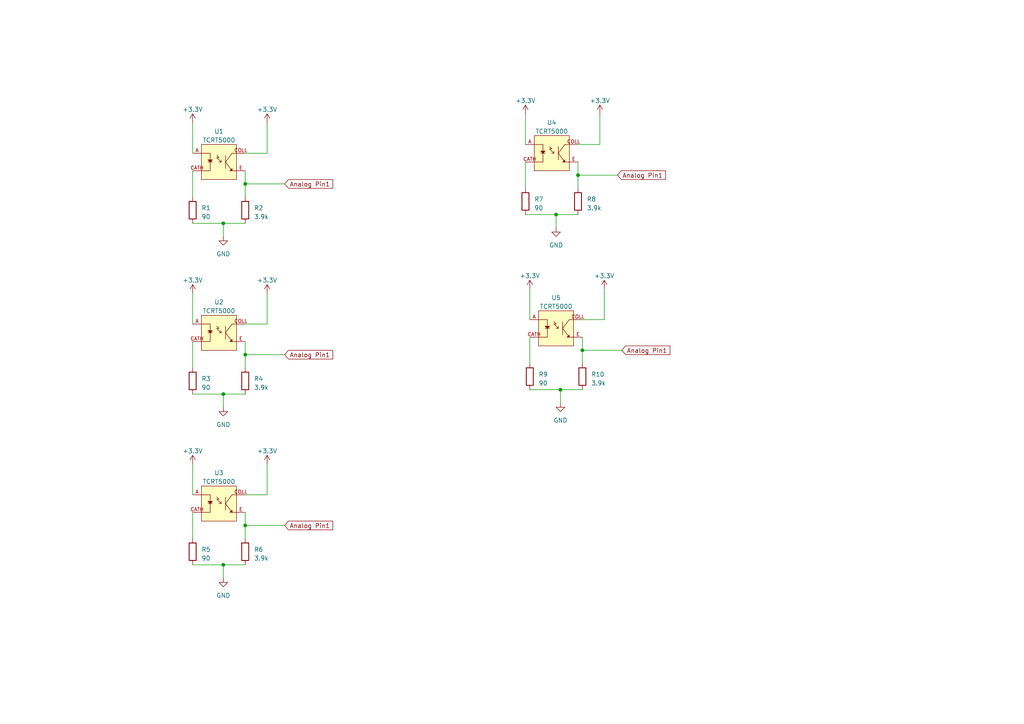
<source format=kicad_sch>
(kicad_sch (version 20230121) (generator eeschema)
  (paper "A4")
  (lib_symbols
    (symbol "Device:R" (pin_numbers hide) (pin_names (offset 0))
      (property "Reference" "R" (at 2.032 0 90))
      (property "Value" "R" (at 0 0 90))
      (symbol "R_0_1"
        (rectangle (start -1.016 -2.54) (end 1.016 2.54) (stroke (width 0.254)))
      )
      (symbol "R_1_1"
        (pin passive line (at 0 3.81 270) (length 1.27) (name "~") (number "1"))
        (pin passive line (at 0 -3.81 90) (length 1.27) (name "~") (number "2"))
      )
    )
    (symbol "TCRT5000:TCRT5000" (pin_names (offset 1.016))
      (property "Reference" "U" (at -5.0887 5.7248 0))
      (property "Value" "TCRT5000" (at -5.0838 -5.7193 0))
      (symbol "TCRT5000_0_0"
        (rectangle (start -5.08 -5.08) (end 5.08 5.08) (stroke (width 0.1524)) (fill (type background)))
        (polyline (pts (xy -5.08 2.54) (xy -2.54 2.54)) (stroke (width 0.1524)))
        (polyline (pts (xy -3.175 0) (xy -1.905 0)) (stroke (width 0.1524)))
        (polyline (pts (xy -2.54 -2.54) (xy -5.08 -2.54)) (stroke (width 0.1524)))
        (polyline (pts (xy -2.54 2.54) (xy -2.54 -2.54)) (stroke (width 0.1524)))
        (polyline (pts (xy -0.635 1.27) (xy 0.635 0)) (stroke (width 0.1524)))
        (polyline (pts (xy -0.635 1.905) (xy 0 1.27)) (stroke (width 0.1524)))
        (polyline (pts (xy 0 1.27) (xy -0.635 1.27)) (stroke (width 0.1524)))
        (polyline (pts (xy 0.635 0) (xy 0 0)) (stroke (width 0.1524)))
        (polyline (pts (xy 0.635 0.635) (xy 0.635 0)) (stroke (width 0.1524)))
        (polyline (pts (xy 1.905 0) (xy 1.905 -1.905)) (stroke (width 0.1524)))
        (polyline (pts (xy 1.905 0) (xy 3.81 -2.54)) (stroke (width 0.1524)))
        (polyline (pts (xy 1.905 0) (xy 3.81 2.54)) (stroke (width 0.1524)))
        (polyline (pts (xy 1.905 1.905) (xy 1.905 0)) (stroke (width 0.1524)))
        (polyline (pts (xy 3.81 -2.54) (xy 5.08 -2.54)) (stroke (width 0.1524)))
        (polyline (pts (xy 3.81 2.54) (xy 5.08 2.54)) (stroke (width 0.1524)))
        (polyline (pts (xy -3.175 0.635) (xy -1.905 0.635) (xy -2.54 0) (xy -3.175 0.635)) (stroke (width 0.1524)) (fill (type outline)))
        (polyline (pts (xy 3.175 -2.54) (xy 3.81 -2.54) (xy 3.81 -1.905) (xy 3.175 -2.54)) (stroke (width 0.1524)) (fill (type outline)))
        (pin passive line (at -7.62 2.54 0) (length 2.54) (name "~") (number "A"))
        (pin passive line (at -7.62 -2.54 0) (length 2.54) (name "~") (number "CATH"))
        (pin passive line (at 7.62 2.54 180) (length 2.54) (name "~") (number "COLL"))
        (pin passive line (at 7.62 -2.54 180) (length 2.54) (name "~") (number "E"))
      )
    )
    (symbol "power:+3.3V" (power) (pin_names (offset 0))
      (property "Value" "+3.3V" (at 0 3.556 0))
      (symbol "+3.3V_0_1"
        (polyline (pts (xy -0.762 1.27) (xy 0 2.54)))
        (polyline (pts (xy 0 0) (xy 0 2.54)))
        (polyline (pts (xy 0 2.54) (xy 0.762 1.27)))
      )
      (symbol "+3.3V_1_1"
        (pin power_in line (at 0 0 90) (length 0) hide (name "+3.3V") (number "1"))
      )
    )
    (symbol "power:GND" (power) (pin_names (offset 0))
      (property "Value" "GND" (at 0 -3.81 0))
      (symbol "GND_0_1"
        (polyline (pts (xy 0 0) (xy 0 -1.27) (xy 1.27 -1.27) (xy 0 -2.54) (xy -1.27 -1.27) (xy 0 -1.27)))
      )
      (symbol "GND_1_1"
        (pin power_in line (at 0 0 270) (length 0) hide (name "GND") (number "1"))
      )
    )
  )
  (junction (at 71.12 152.4))
  (junction (at 167.64 50.8))
  (junction (at 64.77 163.83))
  (junction (at 162.56 113.03))
  (junction (at 71.12 53.34))
  (junction (at 168.91 101.6))
  (junction (at 161.29 62.23))
  (junction (at 64.77 114.3))
  (junction (at 71.12 102.87))
  (junction (at 64.77 64.77))
  (wire (pts (xy 64.77 163.83) (xy 64.77 167.64)))
  (wire (pts (xy 71.12 148.59) (xy 71.12 152.4)))
  (wire (pts (xy 161.29 62.23) (xy 161.29 66.04)))
  (wire (pts (xy 71.12 53.34) (xy 71.12 57.15)))
  (wire (pts (xy 71.12 53.34) (xy 82.55 53.34)))
  (wire (pts (xy 64.77 114.3) (xy 71.12 114.3)))
  (wire (pts (xy 71.12 152.4) (xy 71.12 156.21)))
  (wire (pts (xy 153.67 97.79) (xy 153.67 105.41)))
  (wire (pts (xy 64.77 64.77) (xy 71.12 64.77)))
  (wire (pts (xy 77.47 93.98) (xy 77.47 85.09)))
  (wire (pts (xy 167.64 46.99) (xy 167.64 50.8)))
  (wire (pts (xy 55.88 134.62) (xy 55.88 143.51)))
  (wire (pts (xy 71.12 152.4) (xy 82.55 152.4)))
  (wire (pts (xy 64.77 114.3) (xy 64.77 118.11)))
  (wire (pts (xy 153.67 113.03) (xy 162.56 113.03)))
  (wire (pts (xy 161.29 62.23) (xy 167.64 62.23)))
  (wire (pts (xy 167.64 50.8) (xy 167.64 54.61)))
  (wire (pts (xy 71.12 49.53) (xy 71.12 53.34)))
  (wire (pts (xy 162.56 113.03) (xy 168.91 113.03)))
  (wire (pts (xy 168.91 101.6) (xy 168.91 105.41)))
  (wire (pts (xy 168.91 101.6) (xy 180.34 101.6)))
  (wire (pts (xy 55.88 114.3) (xy 64.77 114.3)))
  (wire (pts (xy 168.91 92.71) (xy 175.26 92.71)))
  (wire (pts (xy 55.88 49.53) (xy 55.88 57.15)))
  (wire (pts (xy 175.26 92.71) (xy 175.26 83.82)))
  (wire (pts (xy 168.91 97.79) (xy 168.91 101.6)))
  (wire (pts (xy 64.77 64.77) (xy 64.77 68.58)))
  (wire (pts (xy 71.12 102.87) (xy 82.55 102.87)))
  (wire (pts (xy 55.88 148.59) (xy 55.88 156.21)))
  (wire (pts (xy 167.64 50.8) (xy 179.07 50.8)))
  (wire (pts (xy 55.88 99.06) (xy 55.88 106.68)))
  (wire (pts (xy 55.88 35.56) (xy 55.88 44.45)))
  (wire (pts (xy 71.12 99.06) (xy 71.12 102.87)))
  (wire (pts (xy 77.47 143.51) (xy 77.47 134.62)))
  (wire (pts (xy 55.88 64.77) (xy 64.77 64.77)))
  (wire (pts (xy 152.4 62.23) (xy 161.29 62.23)))
  (wire (pts (xy 55.88 85.09) (xy 55.88 93.98)))
  (wire (pts (xy 55.88 163.83) (xy 64.77 163.83)))
  (wire (pts (xy 71.12 102.87) (xy 71.12 106.68)))
  (wire (pts (xy 167.64 41.91) (xy 173.99 41.91)))
  (wire (pts (xy 153.67 83.82) (xy 153.67 92.71)))
  (wire (pts (xy 162.56 113.03) (xy 162.56 116.84)))
  (wire (pts (xy 71.12 44.45) (xy 77.47 44.45)))
  (wire (pts (xy 152.4 46.99) (xy 152.4 54.61)))
  (wire (pts (xy 64.77 163.83) (xy 71.12 163.83)))
  (wire (pts (xy 173.99 41.91) (xy 173.99 33.02)))
  (wire (pts (xy 71.12 143.51) (xy 77.47 143.51)))
  (wire (pts (xy 152.4 33.02) (xy 152.4 41.91)))
  (wire (pts (xy 77.47 44.45) (xy 77.47 35.56)))
  (wire (pts (xy 71.12 93.98) (xy 77.47 93.98)))
  (global_label "Analog Pin1" (shape input) (at 180.34 101.6 0) (property "Intersheetrefs" "${INTERSHEET_REFS}" (effects hide)))
  (global_label "Analog Pin1" (shape input) (at 82.55 53.34 0) (property "Intersheetrefs" "${INTERSHEET_REFS}" (effects hide)))
  (global_label "Analog Pin1" (shape input) (at 82.55 152.4 0) (property "Intersheetrefs" "${INTERSHEET_REFS}" (effects hide)))
  (global_label "Analog Pin1" (shape input) (at 82.55 102.87 0) (property "Intersheetrefs" "${INTERSHEET_REFS}" (effects hide)))
  (global_label "Analog Pin1" (shape input) (at 179.07 50.8 0) (property "Intersheetrefs" "${INTERSHEET_REFS}" (effects hide)))
  (symbol (lib_id "Device:R") (at 71.12 110.49 0) (unit 1)
    (property "Reference" "R4" (at 73.66 109.855 0) (effects (justify left)))
    (property "Value" "3.9k" (at 73.66 112.395 0) (effects (justify left)))
    (property "Footprint" "Resistor_SMD:R_0805_2012Metric" (effects hide))
  )
  (symbol (lib_id "power:GND") (at 162.56 116.84 0) (unit 1)
    (property "Reference" "#PWR014" (effects hide))
    (property "Value" "GND" (at 162.56 121.92 0))
  )
  (symbol (lib_id "power:+3.3V") (at 77.47 35.56 0) (unit 1)
    (property "Reference" "#PWR03" (effects hide))
    (property "Value" "+3.3V" (at 77.47 31.75 0))
  )
  (symbol (lib_id "TCRT5000:TCRT5000") (at 63.5 146.05 0) (unit 1)
    (property "Reference" "U3" (at 63.5 137.16 0))
    (property "Value" "TCRT5000" (at 63.5 139.7 0))
    (property "Footprint" "kicad_mod:OPTO_TCRT5000" (effects hide))
    (property "MF" "Vishay" (effects hide))
    (property "MAXIMUM_PACKAGE_HEIGHT" "7.2mm" (effects hide))
    (property "Package" "TCRT5000 Vishay" (effects hide))
    (property "Price" "None" (effects hide))
    (property "Check_prices" "https://www.snapeda.com/parts/TCRT5000/Vishay+Semiconductor+Opto+Division/view-part/?ref=eda" (effects hide))
    (property "STANDARD" "Manufacturer recommendations" (effects hide))
    (property "PARTREV" "1.7" (effects hide))
    (property "SnapEDA_Link" "https://www.snapeda.com/parts/TCRT5000/Vishay+Semiconductor+Opto+Division/view-part/?ref=snap" (effects hide))
    (property "MP" "TCRT5000" (effects hide))
    (property "Purchase-URL" "https://www.snapeda.com/api/url_track_click_mouser/?unipart_id=885229&manufacturer=Vishay&part_name=TCRT5000&search_term=None" (effects hide))
    (property "Description" "\nReflective Optical Sensor 0.591 (15mm) PCB Mount\n" (effects hide))
    (property "Availability" "In Stock" (effects hide))
    (property "MANUFACTURER" "Vishay" (effects hide))
  )
  (symbol (lib_id "Device:R") (at 55.88 160.02 0) (unit 1)
    (property "Reference" "R5" (at 58.42 159.385 0) (effects (justify left)))
    (property "Value" "90" (at 58.42 161.925 0) (effects (justify left)))
    (property "Footprint" "Resistor_SMD:R_0805_2012Metric" (effects hide))
  )
  (symbol (lib_id "Device:R") (at 55.88 60.96 0) (unit 1)
    (property "Reference" "R1" (at 58.42 60.325 0) (effects (justify left)))
    (property "Value" "90" (at 58.42 62.865 0) (effects (justify left)))
    (property "Footprint" "Resistor_SMD:R_0805_2012Metric" (effects hide))
  )
  (symbol (lib_id "Device:R") (at 167.64 58.42 0) (unit 1)
    (property "Reference" "R8" (at 170.18 57.785 0) (effects (justify left)))
    (property "Value" "3.9k" (at 170.18 60.325 0) (effects (justify left)))
    (property "Footprint" "Resistor_SMD:R_0805_2012Metric" (effects hide))
  )
  (symbol (lib_id "power:+3.3V") (at 55.88 134.62 0) (unit 1)
    (property "Reference" "#PWR07" (effects hide))
    (property "Value" "+3.3V" (at 55.88 130.81 0))
  )
  (symbol (lib_id "power:+3.3V") (at 175.26 83.82 0) (unit 1)
    (property "Reference" "#PWR015" (effects hide))
    (property "Value" "+3.3V" (at 175.26 80.01 0))
  )
  (symbol (lib_id "TCRT5000:TCRT5000") (at 63.5 46.99 0) (unit 1)
    (property "Reference" "U1" (at 63.5 38.1 0))
    (property "Value" "TCRT5000" (at 63.5 40.64 0))
    (property "Footprint" "kicad_mod:OPTO_TCRT5000" (effects hide))
    (property "MF" "Vishay" (effects hide))
    (property "MAXIMUM_PACKAGE_HEIGHT" "7.2mm" (effects hide))
    (property "Package" "TCRT5000 Vishay" (effects hide))
    (property "Price" "None" (effects hide))
    (property "Check_prices" "https://www.snapeda.com/parts/TCRT5000/Vishay+Semiconductor+Opto+Division/view-part/?ref=eda" (effects hide))
    (property "STANDARD" "Manufacturer recommendations" (effects hide))
    (property "PARTREV" "1.7" (effects hide))
    (property "SnapEDA_Link" "https://www.snapeda.com/parts/TCRT5000/Vishay+Semiconductor+Opto+Division/view-part/?ref=snap" (effects hide))
    (property "MP" "TCRT5000" (effects hide))
    (property "Purchase-URL" "https://www.snapeda.com/api/url_track_click_mouser/?unipart_id=885229&manufacturer=Vishay&part_name=TCRT5000&search_term=None" (effects hide))
    (property "Description" "\nReflective Optical Sensor 0.591 (15mm) PCB Mount\n" (effects hide))
    (property "Availability" "In Stock" (effects hide))
    (property "MANUFACTURER" "Vishay" (effects hide))
  )
  (symbol (lib_id "power:+3.3V") (at 152.4 33.02 0) (unit 1)
    (property "Reference" "#PWR010" (effects hide))
    (property "Value" "+3.3V" (at 152.4 29.21 0))
  )
  (symbol (lib_id "power:GND") (at 64.77 68.58 0) (unit 1)
    (property "Reference" "#PWR02" (effects hide))
    (property "Value" "GND" (at 64.77 73.66 0))
  )
  (symbol (lib_id "Device:R") (at 168.91 109.22 0) (unit 1)
    (property "Reference" "R10" (at 171.45 108.585 0) (effects (justify left)))
    (property "Value" "3.9k" (at 171.45 111.125 0) (effects (justify left)))
    (property "Footprint" "Resistor_SMD:R_0805_2012Metric" (effects hide))
  )
  (symbol (lib_id "power:+3.3V") (at 77.47 134.62 0) (unit 1)
    (property "Reference" "#PWR09" (effects hide))
    (property "Value" "+3.3V" (at 77.47 130.81 0))
  )
  (symbol (lib_id "Device:R") (at 153.67 109.22 0) (unit 1)
    (property "Reference" "R9" (at 156.21 108.585 0) (effects (justify left)))
    (property "Value" "90" (at 156.21 111.125 0) (effects (justify left)))
    (property "Footprint" "Resistor_SMD:R_0805_2012Metric" (effects hide))
  )
  (symbol (lib_id "Device:R") (at 55.88 110.49 0) (unit 1)
    (property "Reference" "R3" (at 58.42 109.855 0) (effects (justify left)))
    (property "Value" "90" (at 58.42 112.395 0) (effects (justify left)))
    (property "Footprint" "Resistor_SMD:R_0805_2012Metric" (effects hide))
  )
  (symbol (lib_id "power:+3.3V") (at 173.99 33.02 0) (unit 1)
    (property "Reference" "#PWR012" (effects hide))
    (property "Value" "+3.3V" (at 173.99 29.21 0))
  )
  (symbol (lib_id "Device:R") (at 71.12 60.96 0) (unit 1)
    (property "Reference" "R2" (at 73.66 60.325 0) (effects (justify left)))
    (property "Value" "3.9k" (at 73.66 62.865 0) (effects (justify left)))
    (property "Footprint" "Resistor_SMD:R_0805_2012Metric" (effects hide))
  )
  (symbol (lib_id "power:+3.3V") (at 77.47 85.09 0) (unit 1)
    (property "Reference" "#PWR06" (effects hide))
    (property "Value" "+3.3V" (at 77.47 81.28 0))
  )
  (symbol (lib_id "power:GND") (at 161.29 66.04 0) (unit 1)
    (property "Reference" "#PWR011" (effects hide))
    (property "Value" "GND" (at 161.29 71.12 0))
  )
  (symbol (lib_id "power:+3.3V") (at 55.88 35.56 0) (unit 1)
    (property "Reference" "#PWR01" (effects hide))
    (property "Value" "+3.3V" (at 55.88 31.75 0))
  )
  (symbol (lib_id "power:+3.3V") (at 153.67 83.82 0) (unit 1)
    (property "Reference" "#PWR013" (effects hide))
    (property "Value" "+3.3V" (at 153.67 80.01 0))
  )
  (symbol (lib_id "Device:R") (at 71.12 160.02 0) (unit 1)
    (property "Reference" "R6" (at 73.66 159.385 0) (effects (justify left)))
    (property "Value" "3.9k" (at 73.66 161.925 0) (effects (justify left)))
    (property "Footprint" "Resistor_SMD:R_0805_2012Metric" (effects hide))
  )
  (symbol (lib_id "TCRT5000:TCRT5000") (at 161.29 95.25 0) (unit 1)
    (property "Reference" "U5" (at 161.29 86.36 0))
    (property "Value" "TCRT5000" (at 161.29 88.9 0))
    (property "Footprint" "kicad_mod:OPTO_TCRT5000" (effects hide))
    (property "MF" "Vishay" (effects hide))
    (property "MAXIMUM_PACKAGE_HEIGHT" "7.2mm" (effects hide))
    (property "Package" "TCRT5000 Vishay" (effects hide))
    (property "Price" "None" (effects hide))
    (property "Check_prices" "https://www.snapeda.com/parts/TCRT5000/Vishay+Semiconductor+Opto+Division/view-part/?ref=eda" (effects hide))
    (property "STANDARD" "Manufacturer recommendations" (effects hide))
    (property "PARTREV" "1.7" (effects hide))
    (property "SnapEDA_Link" "https://www.snapeda.com/parts/TCRT5000/Vishay+Semiconductor+Opto+Division/view-part/?ref=snap" (effects hide))
    (property "MP" "TCRT5000" (effects hide))
    (property "Purchase-URL" "https://www.snapeda.com/api/url_track_click_mouser/?unipart_id=885229&manufacturer=Vishay&part_name=TCRT5000&search_term=None" (effects hide))
    (property "Description" "\nReflective Optical Sensor 0.591 (15mm) PCB Mount\n" (effects hide))
    (property "Availability" "In Stock" (effects hide))
    (property "MANUFACTURER" "Vishay" (effects hide))
  )
  (symbol (lib_id "TCRT5000:TCRT5000") (at 63.5 96.52 0) (unit 1)
    (property "Reference" "U2" (at 63.5 87.63 0))
    (property "Value" "TCRT5000" (at 63.5 90.17 0))
    (property "Footprint" "kicad_mod:OPTO_TCRT5000" (effects hide))
    (property "MF" "Vishay" (effects hide))
    (property "MAXIMUM_PACKAGE_HEIGHT" "7.2mm" (effects hide))
    (property "Package" "TCRT5000 Vishay" (effects hide))
    (property "Price" "None" (effects hide))
    (property "Check_prices" "https://www.snapeda.com/parts/TCRT5000/Vishay+Semiconductor+Opto+Division/view-part/?ref=eda" (effects hide))
    (property "STANDARD" "Manufacturer recommendations" (effects hide))
    (property "PARTREV" "1.7" (effects hide))
    (property "SnapEDA_Link" "https://www.snapeda.com/parts/TCRT5000/Vishay+Semiconductor+Opto+Division/view-part/?ref=snap" (effects hide))
    (property "MP" "TCRT5000" (effects hide))
    (property "Purchase-URL" "https://www.snapeda.com/api/url_track_click_mouser/?unipart_id=885229&manufacturer=Vishay&part_name=TCRT5000&search_term=None" (effects hide))
    (property "Description" "\nReflective Optical Sensor 0.591 (15mm) PCB Mount\n" (effects hide))
    (property "Availability" "In Stock" (effects hide))
    (property "MANUFACTURER" "Vishay" (effects hide))
  )
  (symbol (lib_id "Device:R") (at 152.4 58.42 0) (unit 1)
    (property "Reference" "R7" (at 154.94 57.785 0) (effects (justify left)))
    (property "Value" "90" (at 154.94 60.325 0) (effects (justify left)))
    (property "Footprint" "Resistor_SMD:R_0805_2012Metric" (effects hide))
  )
  (symbol (lib_id "power:+3.3V") (at 55.88 85.09 0) (unit 1)
    (property "Reference" "#PWR04" (effects hide))
    (property "Value" "+3.3V" (at 55.88 81.28 0))
  )
  (symbol (lib_id "power:GND") (at 64.77 167.64 0) (unit 1)
    (property "Reference" "#PWR08" (effects hide))
    (property "Value" "GND" (at 64.77 172.72 0))
  )
  (symbol (lib_id "TCRT5000:TCRT5000") (at 160.02 44.45 0) (unit 1)
    (property "Reference" "U4" (at 160.02 35.56 0))
    (property "Value" "TCRT5000" (at 160.02 38.1 0))
    (property "Footprint" "kicad_mod:OPTO_TCRT5000" (effects hide))
    (property "MF" "Vishay" (effects hide))
    (property "MAXIMUM_PACKAGE_HEIGHT" "7.2mm" (effects hide))
    (property "Package" "TCRT5000 Vishay" (effects hide))
    (property "Price" "None" (effects hide))
    (property "Check_prices" "https://www.snapeda.com/parts/TCRT5000/Vishay+Semiconductor+Opto+Division/view-part/?ref=eda" (effects hide))
    (property "STANDARD" "Manufacturer recommendations" (effects hide))
    (property "PARTREV" "1.7" (effects hide))
    (property "SnapEDA_Link" "https://www.snapeda.com/parts/TCRT5000/Vishay+Semiconductor+Opto+Division/view-part/?ref=snap" (effects hide))
    (property "MP" "TCRT5000" (effects hide))
    (property "Purchase-URL" "https://www.snapeda.com/api/url_track_click_mouser/?unipart_id=885229&manufacturer=Vishay&part_name=TCRT5000&search_term=None" (effects hide))
    (property "Description" "\nReflective Optical Sensor 0.591 (15mm) PCB Mount\n" (effects hide))
    (property "Availability" "In Stock" (effects hide))
    (property "MANUFACTURER" "Vishay" (effects hide))
  )
  (symbol (lib_id "power:GND") (at 64.77 118.11 0) (unit 1)
    (property "Reference" "#PWR05" (effects hide))
    (property "Value" "GND" (at 64.77 123.19 0))
  )
)
</source>
